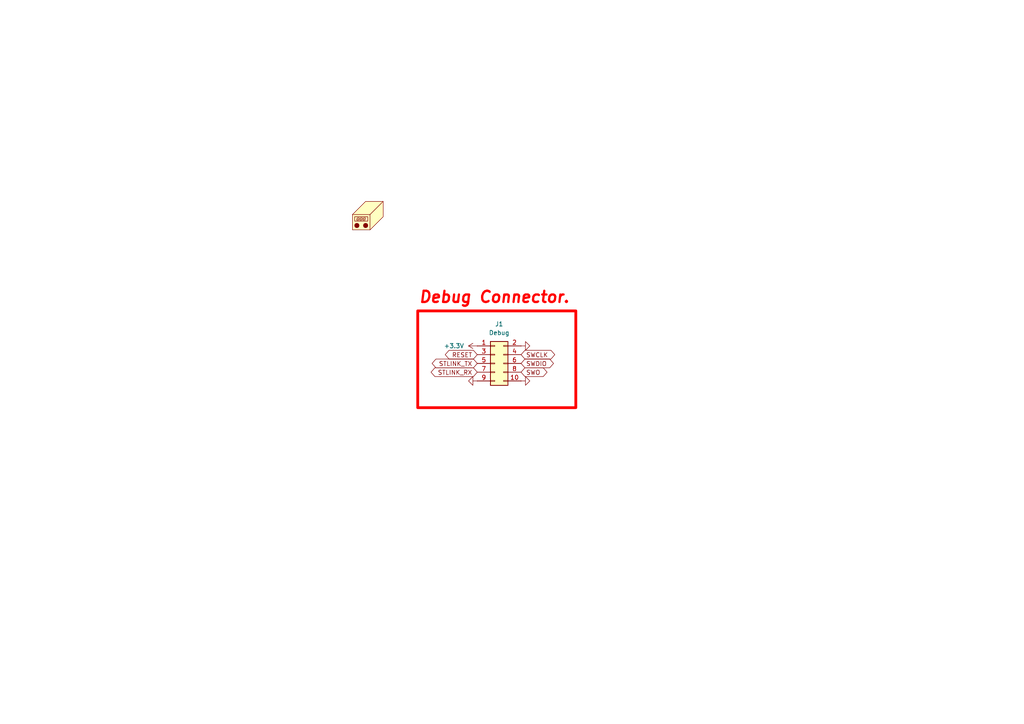
<source format=kicad_sch>
(kicad_sch (version 20250114) (generator "eeschema") (generator_version "9.0")
  (paper "A4")
  (lib_symbols
    (symbol "Connector_Generic:Conn_02x05_Odd_Even" (pin_names (offset 1.016) (hide yes))
      (property "Reference" "J" (at 1.27 7.62 0))
      (property "Value" "Conn_02x05_Odd_Even" (at 1.27 -7.62 0))
      (symbol "Conn_02x05_Odd_Even_1_1"
        (rectangle (start -1.27 6.35) (end 3.81 -6.35) (stroke (width 0.254)) (fill (type background)))
        (rectangle (start -1.27 5.207) (end 0 4.953) (stroke (width 0.1524)))
        (rectangle (start -1.27 2.667) (end 0 2.413) (stroke (width 0.1524)))
        (rectangle (start -1.27 0.127) (end 0 -0.127) (stroke (width 0.1524)))
        (rectangle (start -1.27 -2.413) (end 0 -2.667) (stroke (width 0.1524)))
        (rectangle (start -1.27 -4.953) (end 0 -5.207) (stroke (width 0.1524)))
        (rectangle (start 3.81 5.207) (end 2.54 4.953) (stroke (width 0.1524)))
        (rectangle (start 3.81 2.667) (end 2.54 2.413) (stroke (width 0.1524)))
        (rectangle (start 3.81 0.127) (end 2.54 -0.127) (stroke (width 0.1524)))
        (rectangle (start 3.81 -2.413) (end 2.54 -2.667) (stroke (width 0.1524)))
        (rectangle (start 3.81 -4.953) (end 2.54 -5.207) (stroke (width 0.1524)))
        (pin passive line (at -5.08 5.08 0) (length 3.81) (name "Pin_1") (number "1"))
        (pin passive line (at -5.08 2.54 0) (length 3.81) (name "Pin_3") (number "3"))
        (pin passive line (at -5.08 0 0) (length 3.81) (name "Pin_5") (number "5"))
        (pin passive line (at -5.08 -2.54 0) (length 3.81) (name "Pin_7") (number "7"))
        (pin passive line (at -5.08 -5.08 0) (length 3.81) (name "Pin_9") (number "9"))
        (pin passive line (at 7.62 5.08 180) (length 3.81) (name "Pin_2") (number "2"))
        (pin passive line (at 7.62 2.54 180) (length 3.81) (name "Pin_4") (number "4"))
        (pin passive line (at 7.62 0 180) (length 3.81) (name "Pin_6") (number "6"))
        (pin passive line (at 7.62 -2.54 180) (length 3.81) (name "Pin_8") (number "8"))
        (pin passive line (at 7.62 -5.08 180) (length 3.81) (name "Pin_10") (number "10"))
      )
    )
    (symbol "Mechanical:Housing" (pin_names (offset 1.016))
      (property "Reference" "N" (at 3.81 0 0))
      (property "Value" "Housing" (at 3.81 -1.905 0))
      (symbol "Housing_0_1"
        (polyline (pts (xy -5.715 0) (xy -0.635 0) (xy 3.175 3.81)))
        (polyline (pts (xy -5.715 0) (xy -5.715 -4.445) (xy -0.635 -4.445) (xy 3.175 -0.635) (xy 3.175 3.81) (xy -1.905 3.81) (xy -5.715 0)) (fill (type background)))
        (rectangle (start -5.08 -0.635) (end -1.27 -1.905))
        (polyline (pts (xy -4.5212 -1.5748) (xy -4.4704 -1.3716)))
        (circle (center -4.445 -3.175) (radius 0.635) (fill (type outline)))
        (polyline (pts (xy -4.4196 -1.2192) (xy -4.3688 -0.9652)))
        (polyline (pts (xy -4.4196 -1.6764) (xy -4.064 -1.6764)))
        (polyline (pts (xy -4.318 -1.3208) (xy -4.0132 -1.3208)))
        (polyline (pts (xy -4.2164 -0.9144) (xy -3.9116 -0.9144)))
        (polyline (pts (xy -3.9116 -1.6256) (xy -3.8608 -1.3716)))
        (polyline (pts (xy -3.81 -1.2192) (xy -3.7592 -0.9652)))
        (polyline (pts (xy -3.6068 -1.5748) (xy -3.556 -1.3716)))
        (polyline (pts (xy -3.5052 -1.2192) (xy -3.4544 -0.9652)))
        (polyline (pts (xy -3.5052 -1.6764) (xy -3.1496 -1.6764)))
        (polyline (pts (xy -3.4036 -1.3208) (xy -3.0988 -1.3208)))
        (polyline (pts (xy -3.302 -0.9144) (xy -2.9972 -0.9144)))
        (polyline (pts (xy -2.9972 -1.6256) (xy -2.9464 -1.3716)))
        (polyline (pts (xy -2.8956 -1.2192) (xy -2.8448 -0.9652)))
        (polyline (pts (xy -2.6924 -1.5748) (xy -2.6416 -1.3716)))
        (polyline (pts (xy -2.5908 -1.2192) (xy -2.54 -0.9652)))
        (polyline (pts (xy -2.5908 -1.6764) (xy -2.2352 -1.6764)))
        (polyline (pts (xy -2.4892 -1.3208) (xy -2.1844 -1.3208)))
        (polyline (pts (xy -2.3876 -0.9144) (xy -2.0828 -0.9144)))
        (polyline (pts (xy -2.0828 -1.6256) (xy -2.032 -1.3716)))
        (polyline (pts (xy -1.9812 -1.2192) (xy -1.9304 -0.9652)))
        (circle (center -1.905 -3.175) (radius 0.635) (fill (type outline)))
        (polyline (pts (xy -0.635 0) (xy -0.635 -4.445)))
      )
    )
    (symbol "power:+3.3V" (power) (pin_numbers (hide yes)) (pin_names (offset 0) (hide yes))
      (property "Value" "+3.3V" (at 0 3.556 0))
      (symbol "+3.3V_0_1"
        (polyline (pts (xy -0.762 1.27) (xy 0 2.54)))
        (polyline (pts (xy 0 2.54) (xy 0.762 1.27)))
        (polyline (pts (xy 0 0) (xy 0 2.54)))
      )
      (symbol "+3.3V_1_1"
        (pin power_in line (at 0 0 90) (length 0) (name "~") (number "1"))
      )
    )
    (symbol "power:GND" (power) (pin_numbers (hide yes)) (pin_names (offset 0) (hide yes))
      (property "Value" "GND" (at 0 -3.81 0))
      (symbol "GND_0_1"
        (polyline (pts (xy 0 0) (xy 0 -1.27) (xy 1.27 -1.27) (xy 0 -2.54) (xy -1.27 -1.27) (xy 0 -1.27)))
      )
      (symbol "GND_1_1"
        (pin power_in line (at 0 0 270) (length 0) (name "~") (number "1"))
      )
    )
  )
  (rectangle (start 121.158 90.17) (end 167.005 118.237) (stroke (width 0.8128) (color 255 0 0 1)))
  (text "Debug Connector." (at 121.285 88.265 0) (effects (font (size 3.2512 3.2512) (thickness 0.6502) (bold yes) (italic yes)) (justify left bottom)))
  (global_label "SWO" (shape bidirectional) (at 151.13 107.95 0) (property "Intersheetrefs" "${INTERSHEET_REFS}" (effects (hide yes))))
  (global_label "RESET" (shape bidirectional) (at 138.43 102.87 180) (property "Intersheetrefs" "${INTERSHEET_REFS}" (effects (hide yes))))
  (global_label "SWCLK" (shape bidirectional) (at 151.13 102.87 0) (property "Intersheetrefs" "${INTERSHEET_REFS}" (effects (hide yes))))
  (global_label "STLINK_TX" (shape bidirectional) (at 138.43 105.41 180) (property "Intersheetrefs" "${INTERSHEET_REFS}" (effects (hide yes))))
  (global_label "SWDIO" (shape bidirectional) (at 151.13 105.41 0) (property "Intersheetrefs" "${INTERSHEET_REFS}" (effects (hide yes))))
  (global_label "STLINK_RX" (shape bidirectional) (at 138.43 107.95 180) (property "Intersheetrefs" "${INTERSHEET_REFS}" (effects (hide yes))))
  (symbol (lib_id "power:+3.3V") (at 138.43 100.33 90) (unit 1)
    (property "Reference" "#PWR0101" (effects (hide yes)))
    (property "Value" "+3.3V" (at 134.62 100.3299 90) (effects (justify left)))
    (property "Description" "Power symbol creates a global label with name \"+3.3V\"" (effects (hide yes)))
  )
  (symbol (lib_id "Mechanical:Housing") (at 107.95 62.23 0) (unit 1)
    (property "Reference" "N1" (effects (hide yes)))
    (property "Value" "Housing" (effects (hide yes)))
    (property "Footprint" "pcb:Nucleo64STLinkShieldHousing" (effects (hide yes)))
    (property "Description" "Housing" (effects (hide yes)))
  )
  (symbol (lib_id "power:GND") (at 151.13 110.49 90) (unit 1)
    (property "Reference" "#PWR0103" (effects (hide yes)))
    (property "Value" "GND" (effects (hide yes)))
    (property "Description" "Power symbol creates a global label with name \"GND\" , ground" (effects (hide yes)))
  )
  (symbol (lib_id "Connector_Generic:Conn_02x05_Odd_Even") (at 143.51 105.41 0) (unit 1)
    (property "Reference" "J1" (at 144.78 93.98 0))
    (property "Value" "Debug" (at 144.78 96.52 0))
    (property "Footprint" "pcb:Molex_PicoBlade_53047-1010_1x10_P1.25mm_Vertical" (effects (hide yes)))
    (property "Description" "Generic connector, double row, 02x05, odd/even pin numbering scheme (row 1 odd numbers, row 2 even numbers), script generated (kicad-library-utils/schlib/autogen/connector/)" (effects (hide yes)))
  )
  (symbol (lib_id "power:GND") (at 138.43 110.49 270) (unit 1)
    (property "Reference" "#PWR0102" (effects (hide yes)))
    (property "Value" "GND" (effects (hide yes)))
    (property "Description" "Power symbol creates a global label with name \"GND\" , ground" (effects (hide yes)))
  )
  (symbol (lib_id "power:GND") (at 151.13 100.33 90) (unit 1)
    (property "Reference" "#PWR0104" (effects (hide yes)))
    (property "Value" "GND" (effects (hide yes)))
    (property "Description" "Power symbol creates a global label with name \"GND\" , ground" (effects (hide yes)))
  )
)
</source>
